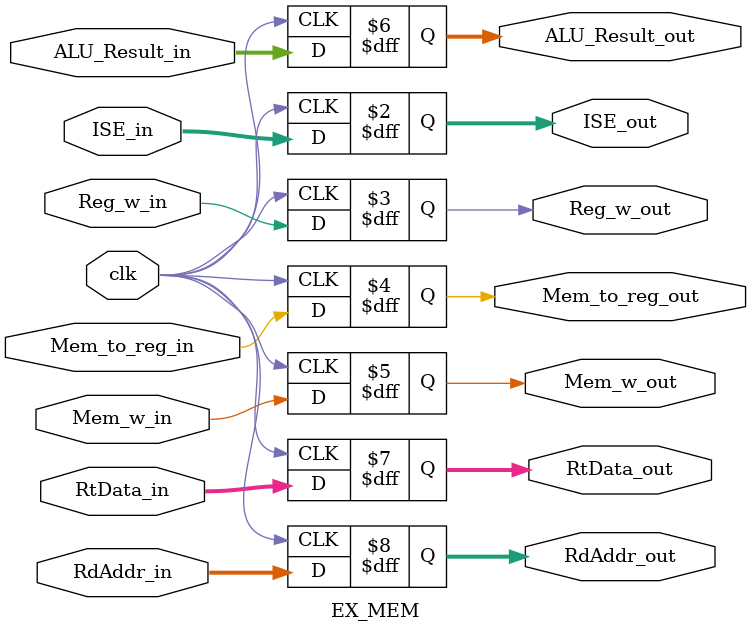
<source format=v>
module EX_MEM(
    input clk,
    // Control Signal input
    input Reg_w_in,
    input Mem_to_reg_in,
    input Mem_w_in,
    // others input
    input [31:0] ALU_Result_in,
    input [31:0] RtData_in,
    input [4:0] RdAddr_in,
    input [31:0] ISE_in,
    output reg [31:0] ISE_out,
    // Control Singal output
    output reg Reg_w_out,
    output reg Mem_to_reg_out,
    output reg Mem_w_out,
    // others output
    output reg [31:0] ALU_Result_out,
    output reg [31:0] RtData_out,
    output reg [4:0] RdAddr_out   
);
    always @(posedge clk) begin
        ISE_out <= ISE_in;
        Reg_w_out <= Reg_w_in; 
        Mem_to_reg_out <= Mem_to_reg_in;
        Mem_w_out <= Mem_w_in;
        ALU_Result_out <= ALU_Result_in;
        RtData_out <= RtData_in;
        RdAddr_out <= RdAddr_in;      
    end

endmodule
</source>
